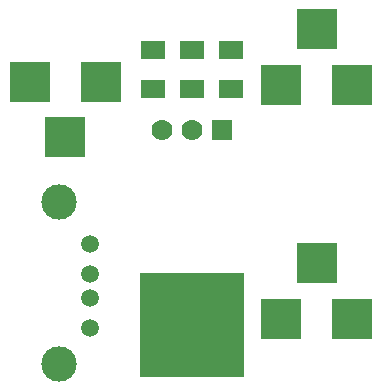
<source format=gbs>
G04 (created by PCBNEW (2013-07-07 BZR 4022)-stable) date 2/9/2014 4:29:12 PM*
%MOIN*%
G04 Gerber Fmt 3.4, Leading zero omitted, Abs format*
%FSLAX34Y34*%
G01*
G70*
G90*
G04 APERTURE LIST*
%ADD10C,0.00590551*%
%ADD11C,0.0591*%
%ADD12C,0.1181*%
%ADD13R,0.07X0.07*%
%ADD14C,0.07*%
%ADD15R,0.35X0.35*%
%ADD16R,0.08X0.06*%
%ADD17R,0.1378X0.1378*%
G04 APERTURE END LIST*
G54D10*
G54D11*
X71900Y-51200D03*
X71900Y-50200D03*
X71900Y-49400D03*
X71900Y-48400D03*
G54D12*
X70850Y-52400D03*
X70850Y-47000D03*
G54D13*
X76300Y-44600D03*
G54D14*
X74300Y-44600D03*
X75300Y-44600D03*
G54D15*
X75300Y-51100D03*
G54D16*
X76600Y-43250D03*
X76600Y-41950D03*
X75300Y-43250D03*
X75300Y-41950D03*
X74000Y-43250D03*
X74000Y-41950D03*
G54D17*
X72241Y-43000D03*
X69879Y-43000D03*
X71060Y-44850D03*
X78259Y-43100D03*
X80621Y-43100D03*
X79440Y-41250D03*
X78259Y-50900D03*
X80621Y-50900D03*
X79440Y-49050D03*
M02*

</source>
